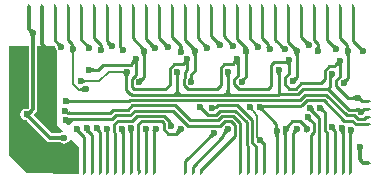
<source format=gbl>
G04*
G04 #@! TF.GenerationSoftware,Altium Limited,Altium Designer,20.0.10 (225)*
G04*
G04 Layer_Physical_Order=2*
G04 Layer_Color=16711680*
%FSLAX25Y25*%
%MOIN*%
G70*
G01*
G75*
%ADD10C,0.00787*%
%ADD42C,0.00984*%
%ADD43C,0.01181*%
%ADD44C,0.02362*%
G04:AMPARAMS|DCode=45|XSize=9.84mil|YSize=19.68mil|CornerRadius=4.92mil|HoleSize=0mil|Usage=FLASHONLY|Rotation=90.000|XOffset=0mil|YOffset=0mil|HoleType=Round|Shape=RoundedRectangle|*
%AMROUNDEDRECTD45*
21,1,0.00984,0.00984,0,0,90.0*
21,1,0.00000,0.01968,0,0,90.0*
1,1,0.00984,0.00492,0.00000*
1,1,0.00984,0.00492,0.00000*
1,1,0.00984,-0.00492,0.00000*
1,1,0.00984,-0.00492,0.00000*
%
%ADD45ROUNDEDRECTD45*%
G04:AMPARAMS|DCode=46|XSize=9.84mil|YSize=19.68mil|CornerRadius=4.92mil|HoleSize=0mil|Usage=FLASHONLY|Rotation=0.000|XOffset=0mil|YOffset=0mil|HoleType=Round|Shape=RoundedRectangle|*
%AMROUNDEDRECTD46*
21,1,0.00984,0.00984,0,0,0.0*
21,1,0.00000,0.01968,0,0,0.0*
1,1,0.00984,0.00000,-0.00492*
1,1,0.00984,0.00000,-0.00492*
1,1,0.00984,0.00000,0.00492*
1,1,0.00984,0.00000,0.00492*
%
%ADD46ROUNDEDRECTD46*%
G36*
X8143Y49290D02*
X8318Y49142D01*
X8401Y49082D01*
X8482Y49031D01*
X8561Y48989D01*
X8636Y48957D01*
X8709Y48935D01*
X8779Y48921D01*
X8846Y48917D01*
X7677Y47748D01*
X7673Y47816D01*
X7660Y47886D01*
X7637Y47958D01*
X7605Y48034D01*
X7564Y48112D01*
X7513Y48193D01*
X7453Y48276D01*
X7383Y48363D01*
X7216Y48543D01*
X8051Y49378D01*
X8143Y49290D01*
D02*
G37*
G36*
X9640Y46842D02*
X9600Y46783D01*
X9565Y46716D01*
X9534Y46640D01*
X9508Y46555D01*
X9487Y46462D01*
X9470Y46360D01*
X9458Y46250D01*
X9449Y46005D01*
X8268D01*
X8265Y46132D01*
X8247Y46360D01*
X8230Y46462D01*
X8209Y46555D01*
X8183Y46640D01*
X8152Y46716D01*
X8117Y46783D01*
X8076Y46842D01*
X8032Y46893D01*
X9685D01*
X9640Y46842D01*
D02*
G37*
G36*
X99962Y45296D02*
X100049Y45223D01*
X100137Y45158D01*
X100226Y45102D01*
X100316Y45055D01*
X100407Y45017D01*
X100498Y44987D01*
X100590Y44966D01*
X100682Y44954D01*
X100776Y44951D01*
X99606Y43782D01*
X99603Y43875D01*
X99591Y43968D01*
X99570Y44059D01*
X99540Y44151D01*
X99502Y44241D01*
X99455Y44331D01*
X99399Y44420D01*
X99334Y44508D01*
X99261Y44595D01*
X99179Y44682D01*
X99875Y45378D01*
X99962Y45296D01*
D02*
G37*
G36*
X70237Y45227D02*
X70325Y45154D01*
X70413Y45089D01*
X70502Y45033D01*
X70592Y44986D01*
X70682Y44948D01*
X70773Y44918D01*
X70865Y44897D01*
X70958Y44885D01*
X71051Y44882D01*
X69882Y43713D01*
X69879Y43806D01*
X69866Y43899D01*
X69845Y43990D01*
X69816Y44082D01*
X69778Y44172D01*
X69730Y44262D01*
X69674Y44351D01*
X69610Y44439D01*
X69537Y44526D01*
X69455Y44613D01*
X70151Y45309D01*
X70237Y45227D01*
D02*
G37*
G36*
X74863Y44833D02*
X74951Y44760D01*
X75039Y44696D01*
X75128Y44640D01*
X75218Y44593D01*
X75308Y44554D01*
X75399Y44525D01*
X75491Y44504D01*
X75584Y44492D01*
X75677Y44488D01*
X74508Y43319D01*
X74505Y43412D01*
X74492Y43505D01*
X74471Y43597D01*
X74442Y43688D01*
X74404Y43778D01*
X74356Y43868D01*
X74300Y43957D01*
X74236Y44045D01*
X74163Y44133D01*
X74081Y44219D01*
X74777Y44915D01*
X74863Y44833D01*
D02*
G37*
G36*
X34214Y44753D02*
X34301Y44680D01*
X34389Y44615D01*
X34479Y44559D01*
X34568Y44512D01*
X34659Y44474D01*
X34750Y44445D01*
X34842Y44424D01*
X34934Y44411D01*
X35028Y44408D01*
X33858Y43239D01*
X33855Y43332D01*
X33843Y43425D01*
X33822Y43517D01*
X33792Y43608D01*
X33754Y43698D01*
X33707Y43788D01*
X33651Y43877D01*
X33586Y43965D01*
X33513Y44052D01*
X33431Y44139D01*
X34127Y44835D01*
X34214Y44753D01*
D02*
G37*
G36*
X83131Y44636D02*
X83219Y44563D01*
X83307Y44499D01*
X83396Y44443D01*
X83486Y44396D01*
X83576Y44357D01*
X83667Y44328D01*
X83759Y44307D01*
X83851Y44295D01*
X83945Y44291D01*
X82776Y43122D01*
X82772Y43215D01*
X82760Y43308D01*
X82739Y43400D01*
X82710Y43491D01*
X82671Y43582D01*
X82624Y43671D01*
X82568Y43760D01*
X82504Y43848D01*
X82430Y43936D01*
X82348Y44023D01*
X83044Y44719D01*
X83131Y44636D01*
D02*
G37*
G36*
X17481D02*
X17569Y44563D01*
X17657Y44499D01*
X17746Y44443D01*
X17836Y44396D01*
X17926Y44357D01*
X18017Y44328D01*
X18109Y44307D01*
X18202Y44295D01*
X18295Y44291D01*
X17126Y43122D01*
X17123Y43215D01*
X17110Y43308D01*
X17090Y43400D01*
X17060Y43491D01*
X17022Y43582D01*
X16974Y43671D01*
X16919Y43760D01*
X16854Y43848D01*
X16781Y43936D01*
X16699Y44023D01*
X17395Y44719D01*
X17481Y44636D01*
D02*
G37*
G36*
X53013Y44440D02*
X53101Y44366D01*
X53189Y44302D01*
X53278Y44246D01*
X53367Y44199D01*
X53458Y44161D01*
X53549Y44131D01*
X53641Y44110D01*
X53733Y44098D01*
X53827Y44094D01*
X52658Y42925D01*
X52654Y43018D01*
X52642Y43111D01*
X52621Y43203D01*
X52591Y43294D01*
X52553Y43385D01*
X52506Y43474D01*
X52450Y43563D01*
X52386Y43652D01*
X52312Y43739D01*
X52230Y43826D01*
X52926Y44522D01*
X53013Y44440D01*
D02*
G37*
G36*
X66104Y44341D02*
X66191Y44268D01*
X66279Y44203D01*
X66368Y44148D01*
X66458Y44100D01*
X66548Y44062D01*
X66640Y44032D01*
X66731Y44012D01*
X66824Y43999D01*
X66917Y43996D01*
X65748Y42827D01*
X65745Y42920D01*
X65733Y43013D01*
X65712Y43105D01*
X65682Y43196D01*
X65644Y43286D01*
X65596Y43376D01*
X65541Y43465D01*
X65476Y43553D01*
X65403Y43641D01*
X65321Y43727D01*
X66017Y44423D01*
X66104Y44341D01*
D02*
G37*
G36*
X26832D02*
X26919Y44268D01*
X27008Y44203D01*
X27097Y44148D01*
X27186Y44100D01*
X27277Y44062D01*
X27368Y44032D01*
X27460Y44012D01*
X27552Y43999D01*
X27646Y43996D01*
X26476Y42827D01*
X26473Y42920D01*
X26461Y43013D01*
X26440Y43105D01*
X26410Y43196D01*
X26372Y43286D01*
X26325Y43376D01*
X26269Y43465D01*
X26204Y43553D01*
X26131Y43641D01*
X26049Y43727D01*
X26745Y44423D01*
X26832Y44341D01*
D02*
G37*
G36*
X87701Y43992D02*
X87713Y43880D01*
X87733Y43778D01*
X87761Y43685D01*
X87797Y43602D01*
X87841Y43529D01*
X87893Y43466D01*
X87953Y43413D01*
X88021Y43369D01*
X88097Y43336D01*
X86598Y42658D01*
X86620Y42724D01*
X86639Y42805D01*
X86656Y42901D01*
X86684Y43140D01*
X86702Y43441D01*
X86713Y44007D01*
X87697Y44114D01*
X87701Y43992D01*
D02*
G37*
G36*
X48584Y44144D02*
X48671Y44071D01*
X48760Y44007D01*
X48849Y43951D01*
X48938Y43904D01*
X49029Y43865D01*
X49120Y43836D01*
X49212Y43815D01*
X49304Y43803D01*
X49398Y43799D01*
X48228Y42630D01*
X48225Y42723D01*
X48213Y42816D01*
X48192Y42908D01*
X48162Y42999D01*
X48124Y43089D01*
X48077Y43179D01*
X48021Y43268D01*
X47956Y43356D01*
X47883Y43444D01*
X47801Y43530D01*
X48497Y44226D01*
X48584Y44144D01*
D02*
G37*
G36*
X104432Y43392D02*
X104443Y43279D01*
X104459Y43171D01*
X104483Y43068D01*
X104513Y42972D01*
X104550Y42881D01*
X104593Y42795D01*
X104643Y42715D01*
X104700Y42641D01*
X104764Y42573D01*
X103110Y42573D01*
X103174Y42641D01*
X103231Y42715D01*
X103281Y42795D01*
X103324Y42880D01*
X103361Y42972D01*
X103391Y43068D01*
X103415Y43171D01*
X103431Y43279D01*
X103442Y43392D01*
X103445Y43512D01*
X104429D01*
X104432Y43392D01*
D02*
G37*
G36*
X38141Y43618D02*
X38481Y43319D01*
X38502Y43310D01*
X38515Y43309D01*
X37754Y42548D01*
X37753Y42561D01*
X37744Y42582D01*
X37726Y42609D01*
X37700Y42644D01*
X37623Y42734D01*
X37369Y42998D01*
X38065Y43694D01*
X38141Y43618D01*
D02*
G37*
G36*
X109115Y44046D02*
X109203Y43973D01*
X109291Y43908D01*
X109380Y43852D01*
X109470Y43805D01*
X109560Y43767D01*
X109651Y43737D01*
X109743Y43716D01*
X109836Y43704D01*
X109929Y43701D01*
X108760Y42531D01*
X108756Y42625D01*
X108744Y42717D01*
X108723Y42809D01*
X108694Y42900D01*
X108655Y42991D01*
X108608Y43081D01*
X108553Y43170D01*
X108488Y43258D01*
X108415Y43345D01*
X108333Y43432D01*
X109029Y44128D01*
X109115Y44046D01*
D02*
G37*
G36*
X114128Y43449D02*
X114139Y43335D01*
X114156Y43228D01*
X114181Y43128D01*
X114213Y43036D01*
X114252Y42951D01*
X114297Y42873D01*
X114350Y42803D01*
X114410Y42740D01*
X114478Y42685D01*
X112867Y42483D01*
X112919Y42552D01*
X112966Y42627D01*
X113007Y42708D01*
X113042Y42794D01*
X113072Y42886D01*
X113097Y42984D01*
X113116Y43088D01*
X113129Y43198D01*
X113137Y43313D01*
X113140Y43434D01*
X114125Y43571D01*
X114128Y43449D01*
D02*
G37*
G36*
X58565Y43080D02*
X58581Y42854D01*
X58595Y42757D01*
X58612Y42670D01*
X58634Y42594D01*
X58659Y42529D01*
X58689Y42474D01*
X58722Y42430D01*
X58760Y42396D01*
X57382D01*
X57419Y42430D01*
X57453Y42474D01*
X57482Y42529D01*
X57508Y42594D01*
X57529Y42670D01*
X57547Y42757D01*
X57561Y42854D01*
X57577Y43080D01*
X57579Y43209D01*
X58563D01*
X58565Y43080D01*
D02*
G37*
G36*
X79625Y43548D02*
X80380Y42882D01*
X80447Y42840D01*
X80503Y42810D01*
X78961Y42255D01*
X78991Y42331D01*
X79010Y42409D01*
X79015Y42488D01*
X79008Y42569D01*
X78988Y42651D01*
X78955Y42734D01*
X78910Y42819D01*
X78852Y42906D01*
X78781Y42993D01*
X78698Y43082D01*
X79476Y43696D01*
X79625Y43548D01*
D02*
G37*
G36*
X91891Y43751D02*
X91979Y43677D01*
X92067Y43613D01*
X92156Y43557D01*
X92245Y43510D01*
X92336Y43472D01*
X92427Y43442D01*
X92519Y43421D01*
X92611Y43409D01*
X92705Y43406D01*
X91536Y42236D01*
X91532Y42330D01*
X91520Y42422D01*
X91499Y42514D01*
X91469Y42605D01*
X91431Y42696D01*
X91384Y42785D01*
X91328Y42874D01*
X91264Y42963D01*
X91190Y43050D01*
X91108Y43137D01*
X91804Y43833D01*
X91891Y43751D01*
D02*
G37*
G36*
X45344Y43327D02*
X45515Y43182D01*
X45601Y43120D01*
X45687Y43064D01*
X45774Y43015D01*
X45860Y42973D01*
X45946Y42937D01*
X46032Y42908D01*
X46118Y42886D01*
X44717Y42007D01*
X44733Y42096D01*
X44738Y42185D01*
X44732Y42274D01*
X44715Y42362D01*
X44687Y42450D01*
X44649Y42539D01*
X44599Y42627D01*
X44538Y42715D01*
X44467Y42803D01*
X44384Y42891D01*
X45258Y43410D01*
X45344Y43327D01*
D02*
G37*
G36*
X62174Y43327D02*
X62346Y43182D01*
X62432Y43120D01*
X62518Y43064D01*
X62604Y43015D01*
X62690Y42973D01*
X62776Y42937D01*
X62863Y42908D01*
X62949Y42886D01*
X61548Y42007D01*
X61564Y42096D01*
X61569Y42185D01*
X61563Y42274D01*
X61546Y42362D01*
X61518Y42450D01*
X61479Y42539D01*
X61430Y42627D01*
X61369Y42715D01*
X61297Y42803D01*
X61215Y42891D01*
X62088Y43410D01*
X62174Y43327D01*
D02*
G37*
G36*
X117875Y43357D02*
X117963Y43284D01*
X118051Y43219D01*
X118140Y43163D01*
X118230Y43116D01*
X118320Y43078D01*
X118411Y43048D01*
X118503Y43027D01*
X118596Y43015D01*
X118689Y43012D01*
X117520Y41842D01*
X117516Y41936D01*
X117504Y42028D01*
X117483Y42120D01*
X117454Y42211D01*
X117415Y42302D01*
X117368Y42392D01*
X117312Y42481D01*
X117248Y42569D01*
X117174Y42656D01*
X117093Y42743D01*
X117789Y43439D01*
X117875Y43357D01*
D02*
G37*
G36*
X96025Y43259D02*
X96112Y43185D01*
X96201Y43121D01*
X96289Y43065D01*
X96379Y43018D01*
X96470Y42979D01*
X96561Y42950D01*
X96653Y42929D01*
X96745Y42917D01*
X96839Y42913D01*
X95669Y41744D01*
X95666Y41837D01*
X95654Y41930D01*
X95633Y42022D01*
X95603Y42113D01*
X95565Y42204D01*
X95518Y42293D01*
X95462Y42382D01*
X95397Y42470D01*
X95324Y42558D01*
X95242Y42645D01*
X95938Y43341D01*
X96025Y43259D01*
D02*
G37*
G36*
X22866Y41598D02*
X22792Y41509D01*
X22727Y41418D01*
X22671Y41324D01*
X22623Y41227D01*
X22584Y41128D01*
X22554Y41026D01*
X22532Y40922D01*
X22519Y40815D01*
X22515Y40705D01*
X21727D01*
X21723Y40815D01*
X21710Y40922D01*
X21688Y41026D01*
X21658Y41128D01*
X21619Y41227D01*
X21572Y41324D01*
X21515Y41418D01*
X21450Y41509D01*
X21377Y41598D01*
X21294Y41684D01*
X22948D01*
X22866Y41598D01*
D02*
G37*
G36*
X46629Y40820D02*
X46572Y40746D01*
X46522Y40667D01*
X46479Y40581D01*
X46442Y40490D01*
X46412Y40393D01*
X46388Y40291D01*
X46372Y40183D01*
X46362Y40069D01*
X46358Y39950D01*
X45374D01*
X45371Y40069D01*
X45361Y40183D01*
X45344Y40291D01*
X45320Y40393D01*
X45290Y40490D01*
X45254Y40581D01*
X45210Y40667D01*
X45160Y40746D01*
X45103Y40820D01*
X45039Y40889D01*
X46693D01*
X46629Y40820D01*
D02*
G37*
G36*
X114543Y40820D02*
X114486Y40746D01*
X114436Y40667D01*
X114392Y40581D01*
X114355Y40490D01*
X114325Y40393D01*
X114302Y40291D01*
X114285Y40183D01*
X114275Y40069D01*
X114272Y39950D01*
X113287D01*
X113284Y40069D01*
X113274Y40183D01*
X113257Y40291D01*
X113234Y40393D01*
X113204Y40490D01*
X113167Y40581D01*
X113123Y40667D01*
X113073Y40746D01*
X113016Y40820D01*
X112953Y40889D01*
X114606D01*
X114543Y40820D01*
D02*
G37*
G36*
X97614Y40820D02*
X97557Y40746D01*
X97506Y40667D01*
X97463Y40581D01*
X97426Y40490D01*
X97396Y40393D01*
X97373Y40291D01*
X97356Y40183D01*
X97346Y40069D01*
X97342Y39950D01*
X96358D01*
X96355Y40069D01*
X96345Y40183D01*
X96328Y40291D01*
X96305Y40393D01*
X96275Y40490D01*
X96238Y40581D01*
X96194Y40667D01*
X96144Y40746D01*
X96087Y40820D01*
X96024Y40889D01*
X97677D01*
X97614Y40820D01*
D02*
G37*
G36*
X80783D02*
X80726Y40746D01*
X80676Y40667D01*
X80632Y40581D01*
X80595Y40490D01*
X80565Y40393D01*
X80542Y40291D01*
X80525Y40183D01*
X80515Y40069D01*
X80512Y39950D01*
X79528D01*
X79524Y40069D01*
X79514Y40183D01*
X79497Y40291D01*
X79474Y40393D01*
X79444Y40490D01*
X79407Y40581D01*
X79364Y40667D01*
X79313Y40746D01*
X79256Y40820D01*
X79193Y40889D01*
X80847D01*
X80783Y40820D01*
D02*
G37*
G36*
X63460Y40820D02*
X63403Y40746D01*
X63353Y40667D01*
X63310Y40581D01*
X63273Y40490D01*
X63243Y40393D01*
X63219Y40291D01*
X63202Y40183D01*
X63192Y40069D01*
X63189Y39950D01*
X62205D01*
X62201Y40069D01*
X62191Y40183D01*
X62175Y40291D01*
X62151Y40393D01*
X62121Y40490D01*
X62084Y40581D01*
X62041Y40667D01*
X61991Y40746D01*
X61934Y40820D01*
X61870Y40889D01*
X63524D01*
X63460Y40820D01*
D02*
G37*
G36*
X60010Y38074D02*
X61063D01*
X60999Y38006D01*
X60943Y37931D01*
X60892Y37852D01*
X60849Y37766D01*
X60812Y37675D01*
X60782Y37578D01*
X60759Y37476D01*
X60742Y37368D01*
X60732Y37254D01*
X60728Y37135D01*
X59744D01*
X59741Y37254D01*
X59739Y37278D01*
X59733Y37273D01*
X59493Y37045D01*
X58779Y37723D01*
X58862Y37811D01*
X58933Y37899D01*
X58993Y37987D01*
X59042Y38075D01*
X59079Y38163D01*
X59106Y38250D01*
X59121Y38338D01*
X59125Y38425D01*
X59117Y38513D01*
X59099Y38600D01*
X60010Y38074D01*
D02*
G37*
G36*
X42868Y38048D02*
X44044D01*
X43980Y37980D01*
X43923Y37905D01*
X43873Y37826D01*
X43830Y37740D01*
X43793Y37649D01*
X43763Y37552D01*
X43739Y37450D01*
X43723Y37342D01*
X43712Y37228D01*
X43709Y37109D01*
X42725D01*
X42722Y37228D01*
X42711Y37342D01*
X42695Y37450D01*
X42671Y37552D01*
X42667Y37565D01*
X42656Y37559D01*
X42567Y37503D01*
X42479Y37438D01*
X42391Y37365D01*
X42305Y37283D01*
X41609Y37979D01*
X41691Y38066D01*
X41764Y38153D01*
X41829Y38242D01*
X41884Y38331D01*
X41932Y38420D01*
X41970Y38511D01*
X42000Y38602D01*
X42020Y38694D01*
X42033Y38786D01*
X42036Y38880D01*
X42868Y38048D01*
D02*
G37*
G36*
X76680Y37974D02*
X77924Y38184D01*
X77874Y38108D01*
X77828Y38028D01*
X77788Y37942D01*
X77754Y37852D01*
X77724Y37757D01*
X77700Y37657D01*
X77681Y37552D01*
X77668Y37443D01*
X77658Y37210D01*
X76673Y37026D01*
X76669Y37146D01*
X76658Y37259D01*
X76639Y37365D01*
X76613Y37464D01*
X76578Y37556D01*
X76550Y37615D01*
X76497Y37593D01*
X76408Y37545D01*
X76319Y37490D01*
X76231Y37425D01*
X76143Y37352D01*
X76056Y37270D01*
X75360Y37966D01*
X75442Y38052D01*
X75516Y38140D01*
X75580Y38228D01*
X75636Y38317D01*
X75683Y38407D01*
X75721Y38497D01*
X75751Y38588D01*
X75772Y38680D01*
X75784Y38773D01*
X75788Y38866D01*
X76680Y37974D01*
D02*
G37*
G36*
X94858Y37868D02*
X94801Y37794D01*
X94751Y37714D01*
X94707Y37628D01*
X94670Y37537D01*
X94640Y37441D01*
X94617Y37338D01*
X94600Y37230D01*
X94590Y37117D01*
X94587Y36997D01*
X93602D01*
X93599Y37117D01*
X93589Y37230D01*
X93572Y37338D01*
X93549Y37441D01*
X93519Y37537D01*
X93482Y37628D01*
X93438Y37714D01*
X93388Y37794D01*
X93331Y37868D01*
X93268Y37936D01*
X94921D01*
X94858Y37868D01*
D02*
G37*
G36*
X110678Y37539D02*
X111858Y37550D01*
X111795Y37481D01*
X111739Y37406D01*
X111689Y37326D01*
X111646Y37240D01*
X111609Y37149D01*
X111580Y37052D01*
X111556Y36950D01*
X111540Y36841D01*
X111530Y36728D01*
X111527Y36608D01*
X110542Y36599D01*
X110539Y36718D01*
X110529Y36832D01*
X110512Y36940D01*
X110488Y37042D01*
X110482Y37063D01*
X110463Y37053D01*
X110374Y36997D01*
X110286Y36933D01*
X110198Y36860D01*
X110111Y36778D01*
X109415Y37473D01*
X109497Y37560D01*
X109571Y37648D01*
X109635Y37736D01*
X109691Y37825D01*
X109738Y37915D01*
X109776Y38005D01*
X109806Y38096D01*
X109827Y38188D01*
X109839Y38281D01*
X109843Y38374D01*
X110678Y37539D01*
D02*
G37*
G36*
X28569Y36111D02*
X28643Y36055D01*
X28723Y36004D01*
X28809Y35961D01*
X28900Y35924D01*
X28996Y35894D01*
X29099Y35870D01*
X29207Y35854D01*
X29320Y35844D01*
X29440Y35840D01*
Y34856D01*
X29320Y34853D01*
X29207Y34843D01*
X29099Y34826D01*
X28996Y34802D01*
X28900Y34772D01*
X28809Y34736D01*
X28723Y34692D01*
X28643Y34642D01*
X28569Y34585D01*
X28501Y34521D01*
Y36175D01*
X28569Y36111D01*
D02*
G37*
G36*
X91511Y34423D02*
X91454Y34349D01*
X91404Y34269D01*
X91361Y34183D01*
X91324Y34093D01*
X91294Y33996D01*
X91270Y33893D01*
X91254Y33785D01*
X91243Y33672D01*
X91240Y33552D01*
X90256D01*
X90253Y33672D01*
X90242Y33785D01*
X90226Y33893D01*
X90202Y33996D01*
X90172Y34093D01*
X90135Y34183D01*
X90092Y34269D01*
X90042Y34349D01*
X89985Y34423D01*
X89921Y34491D01*
X91575D01*
X91511Y34423D01*
D02*
G37*
G36*
X57751Y33832D02*
X57695Y33758D01*
X57644Y33678D01*
X57601Y33593D01*
X57564Y33502D01*
X57534Y33405D01*
X57510Y33303D01*
X57494Y33195D01*
X57484Y33081D01*
X57480Y32962D01*
X56496D01*
X56493Y33081D01*
X56483Y33195D01*
X56466Y33303D01*
X56442Y33405D01*
X56412Y33502D01*
X56376Y33593D01*
X56332Y33678D01*
X56282Y33758D01*
X56225Y33832D01*
X56161Y33901D01*
X57815D01*
X57751Y33832D01*
D02*
G37*
G36*
X74690Y33676D02*
X74618Y33620D01*
X74554Y33557D01*
X74497Y33486D01*
X74448Y33408D01*
X74406Y33324D01*
X74372Y33232D01*
X74345Y33133D01*
X74326Y33027D01*
X74315Y32914D01*
X74311Y32794D01*
X73327Y32978D01*
X73324Y33097D01*
X73303Y33320D01*
X73284Y33425D01*
X73260Y33525D01*
X73231Y33620D01*
X73196Y33710D01*
X73156Y33795D01*
X73111Y33876D01*
X73060Y33952D01*
X74690Y33676D01*
D02*
G37*
G36*
X39511Y34097D02*
X40755Y33535D01*
X40678Y33501D01*
X40610Y33457D01*
X40550Y33404D01*
X40498Y33341D01*
X40454Y33268D01*
X40418Y33185D01*
X40390Y33092D01*
X40370Y32990D01*
X40358Y32878D01*
X40354Y32756D01*
X39370Y32863D01*
X39369Y33067D01*
X39314Y33969D01*
X39310Y33994D01*
X39244Y34040D01*
X39151Y34096D01*
X39054Y34144D01*
X38955Y34183D01*
X38853Y34213D01*
X38749Y34235D01*
X38642Y34248D01*
X38532Y34252D01*
Y35039D01*
X38642Y35044D01*
X38749Y35057D01*
X38853Y35078D01*
X38955Y35109D01*
X39054Y35148D01*
X39151Y35195D01*
X39244Y35252D01*
X39336Y35317D01*
X39425Y35390D01*
X39511Y35473D01*
Y34097D01*
D02*
G37*
G36*
X62110Y33061D02*
X62120Y32947D01*
X62136Y32839D01*
X62160Y32737D01*
X62190Y32640D01*
X62227Y32549D01*
X62270Y32463D01*
X62321Y32384D01*
X62377Y32310D01*
X62441Y32241D01*
X60787D01*
X60851Y32310D01*
X60908Y32384D01*
X60958Y32463D01*
X61002Y32549D01*
X61038Y32640D01*
X61068Y32737D01*
X61092Y32839D01*
X61109Y32947D01*
X61119Y33061D01*
X61122Y33180D01*
X62106D01*
X62110Y33061D01*
D02*
G37*
G36*
X96950Y32584D02*
X96868Y32497D01*
X96795Y32410D01*
X96732Y32321D01*
X96678Y32232D01*
X96634Y32142D01*
X96599Y32052D01*
X96573Y31961D01*
X96556Y31869D01*
X96549Y31777D01*
X96552Y31684D01*
X95308Y32774D01*
X95401Y32783D01*
X95493Y32800D01*
X95584Y32826D01*
X95675Y32859D01*
X95765Y32901D01*
X95854Y32950D01*
X95943Y33008D01*
X96030Y33074D01*
X96118Y33148D01*
X96204Y33230D01*
X96950Y32584D01*
D02*
G37*
G36*
X80025Y32557D02*
X79943Y32469D01*
X79871Y32381D01*
X79811Y32292D01*
X79761Y32204D01*
X79722Y32116D01*
X79694Y32027D01*
X79677Y31939D01*
X79671Y31850D01*
X79676Y31762D01*
X79692Y31673D01*
X78291Y32552D01*
X78377Y32574D01*
X78464Y32603D01*
X78550Y32638D01*
X78636Y32681D01*
X78722Y32730D01*
X78808Y32785D01*
X78894Y32848D01*
X79066Y32993D01*
X79152Y33075D01*
X80025Y32557D01*
D02*
G37*
G36*
X45915Y32266D02*
X45833Y32179D01*
X45759Y32092D01*
X45694Y32004D01*
X45637Y31915D01*
X45589Y31826D01*
X45549Y31736D01*
X45517Y31644D01*
X45494Y31553D01*
X45479Y31460D01*
X45472Y31367D01*
X44345Y32578D01*
X44439Y32578D01*
X44531Y32587D01*
X44623Y32606D01*
X44714Y32633D01*
X44805Y32670D01*
X44894Y32715D01*
X44984Y32770D01*
X45072Y32834D01*
X45160Y32907D01*
X45246Y32989D01*
X45915Y32266D01*
D02*
G37*
G36*
X113914Y32017D02*
X113831Y31929D01*
X113760Y31841D01*
X113698Y31753D01*
X113647Y31664D01*
X113607Y31575D01*
X113577Y31486D01*
X113557Y31396D01*
X113549Y31307D01*
X113550Y31216D01*
X113562Y31126D01*
X112204Y32070D01*
X112294Y32089D01*
X112382Y32114D01*
X112470Y32147D01*
X112558Y32187D01*
X112646Y32234D01*
X112733Y32288D01*
X112820Y32349D01*
X112907Y32417D01*
X113079Y32574D01*
X113914Y32017D01*
D02*
G37*
G36*
X25642Y32352D02*
X25731Y32278D01*
X25822Y32214D01*
X25916Y32157D01*
X26013Y32110D01*
X26112Y32071D01*
X26213Y32040D01*
X26318Y32019D01*
X26425Y32006D01*
X26534Y32001D01*
Y31214D01*
X26425Y31210D01*
X26318Y31197D01*
X26213Y31175D01*
X26112Y31145D01*
X26013Y31106D01*
X25916Y31058D01*
X25822Y31002D01*
X25731Y30937D01*
X25642Y30863D01*
X25556Y30781D01*
Y32434D01*
X25642Y32352D01*
D02*
G37*
G36*
X25630Y28047D02*
X25536Y28124D01*
X25440Y28192D01*
X25343Y28252D01*
X25245Y28304D01*
X25144Y28349D01*
X25043Y28385D01*
X24939Y28413D01*
X24834Y28433D01*
X24727Y28445D01*
X24619Y28449D01*
X24549Y29237D01*
X24660Y29241D01*
X24767Y29255D01*
X24871Y29278D01*
X24971Y29310D01*
X25067Y29351D01*
X25159Y29402D01*
X25248Y29461D01*
X25333Y29530D01*
X25414Y29608D01*
X25492Y29695D01*
X25630Y28047D01*
D02*
G37*
G36*
X74321Y28455D02*
X74350Y28287D01*
X74400Y28140D01*
X74468Y28012D01*
X74557Y27904D01*
X74665Y27815D01*
X74793Y27746D01*
X74941Y27697D01*
X75108Y27667D01*
X75295Y27657D01*
X73819Y26673D01*
X72342Y27657D01*
X72530Y27667D01*
X72697Y27697D01*
X72844Y27746D01*
X72972Y27815D01*
X73081Y27904D01*
X73169Y28012D01*
X73238Y28140D01*
X73287Y28288D01*
X73317Y28455D01*
X73327Y28642D01*
X74311D01*
X74321Y28455D01*
D02*
G37*
G36*
X57490D02*
X57520Y28287D01*
X57569Y28140D01*
X57638Y28012D01*
X57726Y27904D01*
X57835Y27815D01*
X57963Y27746D01*
X58110Y27697D01*
X58278Y27667D01*
X58465Y27657D01*
X56988Y26673D01*
X55512Y27657D01*
X55699Y27667D01*
X55866Y27697D01*
X56014Y27746D01*
X56142Y27815D01*
X56250Y27904D01*
X56339Y28012D01*
X56407Y28140D01*
X56457Y28288D01*
X56486Y28455D01*
X56496Y28642D01*
X57480D01*
X57490Y28455D01*
D02*
G37*
G36*
X116470Y25256D02*
X116401Y25319D01*
X116327Y25376D01*
X116247Y25427D01*
X116162Y25470D01*
X116071Y25507D01*
X115974Y25537D01*
X115872Y25561D01*
X115764Y25577D01*
X115650Y25587D01*
X115531Y25591D01*
Y26575D01*
X115650Y26578D01*
X115764Y26588D01*
X115872Y26605D01*
X115974Y26628D01*
X116071Y26658D01*
X116162Y26695D01*
X116247Y26739D01*
X116327Y26789D01*
X116401Y26846D01*
X116470Y26910D01*
Y25256D01*
D02*
G37*
G36*
X20695Y25665D02*
X20770Y25608D01*
X20849Y25558D01*
X20935Y25514D01*
X21026Y25477D01*
X21122Y25447D01*
X21225Y25424D01*
X21333Y25407D01*
X21447Y25397D01*
X21566Y25394D01*
Y24409D01*
X21447Y24406D01*
X21333Y24396D01*
X21225Y24379D01*
X21122Y24356D01*
X21026Y24326D01*
X20935Y24289D01*
X20849Y24246D01*
X20770Y24195D01*
X20695Y24138D01*
X20627Y24075D01*
Y25728D01*
X20695Y25665D01*
D02*
G37*
G36*
X7453Y22826D02*
X7133Y22506D01*
X7117Y22494D01*
X6693Y22578D01*
X5925Y22425D01*
X5274Y21990D01*
X4839Y21339D01*
X4686Y20571D01*
X4839Y19803D01*
X5274Y19152D01*
X5925Y18717D01*
X6693Y18564D01*
X6694Y18564D01*
X6701Y18559D01*
X6738Y18532D01*
X6779Y18498D01*
X13475Y11802D01*
X13931Y11497D01*
X14469Y11390D01*
X17684D01*
X17710Y11388D01*
X17764Y11379D01*
X17773Y11377D01*
X17774Y11376D01*
X18425Y10941D01*
X19193Y10788D01*
X19961Y10941D01*
X20612Y11376D01*
X21047Y12027D01*
X21080Y12189D01*
X21456Y12304D01*
X24311Y9449D01*
Y1113D01*
X24032Y836D01*
X6863Y913D01*
X879Y6896D01*
X984Y43406D01*
X7453D01*
Y22826D01*
D02*
G37*
G36*
X8365Y20915D02*
X8273Y20822D01*
X7940Y20440D01*
X7903Y20386D01*
X7914Y20349D01*
X7946Y20273D01*
X7987Y20195D01*
X8038Y20114D01*
X8098Y20031D01*
X8168Y19944D01*
X8335Y19764D01*
X7500Y18929D01*
X7408Y19017D01*
X7233Y19165D01*
X7150Y19226D01*
X7069Y19276D01*
X6991Y19318D01*
X6915Y19350D01*
X6842Y19373D01*
X6772Y19386D01*
X6705Y19390D01*
X7730Y20415D01*
X7052Y21696D01*
X7118Y21681D01*
X7186Y21678D01*
X7258Y21686D01*
X7332Y21705D01*
X7409Y21736D01*
X7490Y21778D01*
X7573Y21832D01*
X7659Y21897D01*
X7748Y21973D01*
X7840Y22061D01*
X8365Y20915D01*
D02*
G37*
G36*
X85633Y22828D02*
X85645Y22735D01*
X85666Y22644D01*
X85696Y22552D01*
X85734Y22462D01*
X85781Y22372D01*
X85837Y22283D01*
X85902Y22195D01*
X85975Y22107D01*
X86057Y22021D01*
X85361Y21325D01*
X85274Y21407D01*
X85187Y21480D01*
X85099Y21545D01*
X85010Y21600D01*
X84920Y21648D01*
X84830Y21686D01*
X84738Y21716D01*
X84647Y21736D01*
X84554Y21749D01*
X84461Y21752D01*
X85630Y22921D01*
X85633Y22828D01*
D02*
G37*
G36*
X65751Y22828D02*
X65764Y22735D01*
X65785Y22643D01*
X65814Y22552D01*
X65852Y22462D01*
X65899Y22372D01*
X65955Y22283D01*
X66020Y22195D01*
X66093Y22107D01*
X66175Y22021D01*
X65479Y21325D01*
X65393Y21407D01*
X65305Y21480D01*
X65217Y21545D01*
X65128Y21600D01*
X65038Y21648D01*
X64948Y21686D01*
X64857Y21716D01*
X64765Y21736D01*
X64672Y21749D01*
X64579Y21752D01*
X65748Y22921D01*
X65751Y22828D01*
D02*
G37*
G36*
X105716Y22716D02*
X105734Y22624D01*
X105760Y22533D01*
X105794Y22443D01*
X105835Y22353D01*
X105885Y22264D01*
X105943Y22175D01*
X106009Y22087D01*
X106083Y22000D01*
X106165Y21914D01*
X105524Y21163D01*
X105437Y21245D01*
X105349Y21318D01*
X105261Y21381D01*
X105172Y21435D01*
X105082Y21479D01*
X104992Y21514D01*
X104901Y21539D01*
X104809Y21555D01*
X104717Y21562D01*
X104624Y21559D01*
X105706Y22809D01*
X105716Y22716D01*
D02*
G37*
G36*
X116982Y21161D02*
X116955Y21236D01*
X116918Y21303D01*
X116870Y21362D01*
X116812Y21413D01*
X116742Y21457D01*
X116662Y21492D01*
X116572Y21520D01*
X116470Y21539D01*
X116358Y21551D01*
X116236Y21555D01*
X116384Y22539D01*
X117746Y22589D01*
X116982Y21161D01*
D02*
G37*
G36*
X102434Y22449D02*
X102434Y22359D01*
X102445Y22268D01*
X102465Y22178D01*
X102496Y22089D01*
X102537Y22000D01*
X102589Y21911D01*
X102650Y21822D01*
X102722Y21734D01*
X102805Y21647D01*
X101987Y21072D01*
X101901Y21154D01*
X101728Y21297D01*
X101640Y21358D01*
X101553Y21411D01*
X101464Y21457D01*
X101376Y21495D01*
X101287Y21527D01*
X101197Y21551D01*
X101107Y21568D01*
X102444Y22540D01*
X102434Y22449D01*
D02*
G37*
G36*
X20875Y21740D02*
X20897Y21680D01*
X20932Y21628D01*
X20980Y21583D01*
X21041Y21544D01*
X21115Y21513D01*
X21201Y21488D01*
X21300Y21471D01*
X21412Y21460D01*
X21537Y21457D01*
X21274Y20472D01*
X19905Y20592D01*
X20865Y21806D01*
X20875Y21740D01*
D02*
G37*
G36*
X120649Y19358D02*
X120613Y19370D01*
X120564Y19364D01*
X120501Y19340D01*
X120426Y19297D01*
X120338Y19237D01*
X120236Y19158D01*
X119993Y18946D01*
X119698Y18661D01*
X119002Y19357D01*
X119725Y20023D01*
X120649Y19358D01*
D02*
G37*
G36*
X101578Y19470D02*
X101590Y19378D01*
X101611Y19286D01*
X101641Y19195D01*
X101679Y19104D01*
X101726Y19015D01*
X101782Y18926D01*
X101847Y18837D01*
X101920Y18750D01*
X102002Y18663D01*
X101306Y17967D01*
X101219Y18049D01*
X101132Y18123D01*
X101044Y18187D01*
X100955Y18243D01*
X100865Y18290D01*
X100775Y18328D01*
X100683Y18358D01*
X100592Y18379D01*
X100499Y18391D01*
X100406Y18395D01*
X101575Y19564D01*
X101578Y19470D01*
D02*
G37*
G36*
X21791Y18525D02*
X20642Y17792D01*
X20772Y19249D01*
X21391Y19517D01*
X21791Y18525D01*
D02*
G37*
G36*
X90418Y16780D02*
X90429Y16667D01*
X90448Y16560D01*
X90473Y16460D01*
X90507Y16366D01*
X90547Y16280D01*
X90595Y16199D01*
X90650Y16126D01*
X90713Y16059D01*
X90783Y15998D01*
X89140Y15807D01*
X89195Y15881D01*
X89245Y15961D01*
X89288Y16045D01*
X89326Y16134D01*
X89358Y16228D01*
X89384Y16327D01*
X89404Y16431D01*
X89419Y16540D01*
X89427Y16654D01*
X89430Y16773D01*
X90415Y16900D01*
X90418Y16780D01*
D02*
G37*
G36*
X27898Y15444D02*
X27880Y15367D01*
X27875Y15288D01*
X27882Y15207D01*
X27902Y15125D01*
X27935Y15041D01*
X27980Y14956D01*
X28038Y14870D01*
X28109Y14782D01*
X28192Y14693D01*
X27101Y14392D01*
X27011Y14481D01*
X26624Y14819D01*
X26559Y14866D01*
X26440Y14939D01*
X26387Y14966D01*
X27929Y15521D01*
X27898Y15444D01*
D02*
G37*
G36*
X58068Y14678D02*
X57975Y14674D01*
X57882Y14662D01*
X57790Y14641D01*
X57699Y14612D01*
X57609Y14573D01*
X57519Y14526D01*
X57430Y14470D01*
X57342Y14406D01*
X57254Y14333D01*
X57168Y14251D01*
X56472Y14946D01*
X56554Y15033D01*
X56627Y15121D01*
X56691Y15209D01*
X56747Y15298D01*
X56794Y15388D01*
X56833Y15478D01*
X56862Y15569D01*
X56883Y15661D01*
X56895Y15754D01*
X56899Y15847D01*
X58068Y14678D01*
D02*
G37*
G36*
X16300Y43110D02*
X16453Y42342D01*
X16732Y41924D01*
Y17028D01*
X18701Y15059D01*
X18587Y14682D01*
X18425Y14650D01*
X17774Y14214D01*
X17773Y14214D01*
X17764Y14212D01*
X17719Y14205D01*
X17667Y14200D01*
X15051D01*
X8926Y20325D01*
X9852Y21251D01*
X10156Y21707D01*
X10263Y22244D01*
Y43406D01*
X16025D01*
X16300Y43110D01*
D02*
G37*
G36*
X73934Y14680D02*
X73844Y14662D01*
X73755Y14637D01*
X73666Y14605D01*
X73578Y14566D01*
X73490Y14519D01*
X73402Y14466D01*
X73315Y14405D01*
X73229Y14337D01*
X73056Y14180D01*
X72230Y14746D01*
X72312Y14833D01*
X72384Y14921D01*
X72446Y15010D01*
X72497Y15098D01*
X72538Y15188D01*
X72568Y15277D01*
X72588Y15367D01*
X72598Y15457D01*
X72597Y15547D01*
X72586Y15638D01*
X73934Y14680D01*
D02*
G37*
G36*
X112726Y15426D02*
X112695Y15346D01*
X112667Y15261D01*
X112642Y15171D01*
X112605Y14977D01*
X112592Y14872D01*
X112577Y14647D01*
X112575Y14527D01*
X111591Y14160D01*
X111587Y14281D01*
X111575Y14394D01*
X111555Y14498D01*
X111527Y14593D01*
X111491Y14680D01*
X111447Y14758D01*
X111395Y14827D01*
X111335Y14888D01*
X111268Y14940D01*
X111192Y14983D01*
X112762Y15501D01*
X112726Y15426D01*
D02*
G37*
G36*
X42321Y15068D02*
X42254Y15003D01*
X42194Y14933D01*
X42141Y14856D01*
X42095Y14773D01*
X42057Y14684D01*
X42025Y14588D01*
X42000Y14487D01*
X41983Y14380D01*
X41972Y14266D01*
X41969Y14146D01*
X40984Y14208D01*
X40981Y14327D01*
X40972Y14441D01*
X40956Y14550D01*
X40934Y14653D01*
X40906Y14751D01*
X40871Y14844D01*
X40830Y14931D01*
X40783Y15014D01*
X40730Y15091D01*
X40670Y15162D01*
X42321Y15068D01*
D02*
G37*
G36*
X96937Y14567D02*
X96844Y14564D01*
X96751Y14551D01*
X96659Y14530D01*
X96568Y14501D01*
X96478Y14463D01*
X96388Y14415D01*
X96299Y14360D01*
X96211Y14295D01*
X96123Y14222D01*
X96036Y14140D01*
X95341Y14836D01*
X95423Y14922D01*
X95496Y15010D01*
X95560Y15098D01*
X95616Y15187D01*
X95663Y15277D01*
X95702Y15367D01*
X95731Y15458D01*
X95752Y15550D01*
X95764Y15643D01*
X95768Y15736D01*
X96937Y14567D01*
D02*
G37*
G36*
X24644Y15346D02*
X24636Y15259D01*
X24640Y15171D01*
X24656Y15084D01*
X24682Y14996D01*
X24720Y14908D01*
X24769Y14821D01*
X24829Y14733D01*
X24900Y14645D01*
X24983Y14556D01*
X24080Y14067D01*
X23994Y14150D01*
X23823Y14296D01*
X23738Y14359D01*
X23568Y14467D01*
X23484Y14511D01*
X23400Y14548D01*
X23316Y14579D01*
X23232Y14604D01*
X24662Y15434D01*
X24644Y15346D01*
D02*
G37*
G36*
X50203Y14776D02*
X50127Y14734D01*
X50059Y14683D01*
X49999Y14624D01*
X49947Y14556D01*
X49903Y14479D01*
X49867Y14393D01*
X49839Y14298D01*
X49819Y14195D01*
X49807Y14082D01*
X49803Y13961D01*
X48819Y14357D01*
X48817Y14477D01*
X48791Y14806D01*
X48775Y14906D01*
X48733Y15090D01*
X48707Y15174D01*
X48677Y15253D01*
X48644Y15327D01*
X50203Y14776D01*
D02*
G37*
G36*
X39463Y15352D02*
X39443Y15283D01*
X39426Y15208D01*
X39399Y15036D01*
X39380Y14836D01*
X39370Y14485D01*
X38386Y13957D01*
X38382Y14079D01*
X38370Y14191D01*
X38350Y14293D01*
X38322Y14386D01*
X38286Y14469D01*
X38242Y14541D01*
X38190Y14605D01*
X38130Y14658D01*
X38062Y14702D01*
X37986Y14735D01*
X39485Y15413D01*
X39463Y15352D01*
D02*
G37*
G36*
X34383Y15058D02*
X34339Y14977D01*
X34300Y14891D01*
X34266Y14800D01*
X34238Y14705D01*
X34215Y14605D01*
X34196Y14501D01*
X34184Y14391D01*
X34173Y14158D01*
X33189Y13954D01*
X33185Y14075D01*
X33174Y14188D01*
X33155Y14293D01*
X33128Y14392D01*
X33093Y14483D01*
X33051Y14567D01*
X33002Y14644D01*
X32944Y14714D01*
X32879Y14776D01*
X32807Y14831D01*
X34432Y15134D01*
X34383Y15058D01*
D02*
G37*
G36*
X47382Y15026D02*
X47337Y14946D01*
X47296Y14860D01*
X47262Y14770D01*
X47232Y14675D01*
X47208Y14575D01*
X47190Y14471D01*
X47176Y14361D01*
X47165Y14128D01*
X46181Y13945D01*
X46177Y14066D01*
X46166Y14179D01*
X46147Y14285D01*
X46121Y14384D01*
X46086Y14476D01*
X46045Y14560D01*
X45995Y14638D01*
X45939Y14709D01*
X45874Y14772D01*
X45802Y14829D01*
X47433Y15102D01*
X47382Y15026D01*
D02*
G37*
G36*
X93677Y14472D02*
X93602Y14442D01*
X93534Y14402D01*
X93474Y14352D01*
X93423Y14291D01*
X93379Y14220D01*
X93343Y14139D01*
X93315Y14048D01*
X93295Y13946D01*
X93283Y13834D01*
X93279Y13712D01*
X92295Y13842D01*
X92295Y14061D01*
X92232Y15147D01*
X92217Y15199D01*
X93677Y14472D01*
D02*
G37*
G36*
X115537Y14286D02*
X115465Y14230D01*
X115400Y14167D01*
X115343Y14096D01*
X115294Y14018D01*
X115252Y13934D01*
X115218Y13842D01*
X115192Y13743D01*
X115173Y13637D01*
X115161Y13524D01*
X115157Y13404D01*
X114173Y13588D01*
X114171Y13707D01*
X114149Y13930D01*
X114130Y14035D01*
X114107Y14135D01*
X114077Y14230D01*
X114042Y14320D01*
X114003Y14405D01*
X113957Y14486D01*
X113906Y14562D01*
X115537Y14286D01*
D02*
G37*
G36*
X90896Y14219D02*
X90844Y14136D01*
X90798Y14045D01*
X90759Y13946D01*
X90725Y13839D01*
X90698Y13723D01*
X90677Y13600D01*
X90662Y13468D01*
X90650Y13179D01*
X89665D01*
X89662Y13311D01*
X89651Y13435D01*
X89633Y13552D01*
X89608Y13661D01*
X89575Y13762D01*
X89536Y13856D01*
X89489Y13942D01*
X89435Y14021D01*
X89374Y14092D01*
X89306Y14155D01*
X90953Y14293D01*
X90896Y14219D01*
D02*
G37*
G36*
X69083Y13140D02*
X68989Y13136D01*
X68897Y13124D01*
X68805Y13103D01*
X68714Y13074D01*
X68623Y13035D01*
X68534Y12988D01*
X68445Y12933D01*
X68356Y12868D01*
X68269Y12795D01*
X68182Y12713D01*
X67486Y13409D01*
X67568Y13495D01*
X67642Y13583D01*
X67706Y13671D01*
X67762Y13760D01*
X67809Y13850D01*
X67847Y13940D01*
X67877Y14031D01*
X67898Y14123D01*
X67910Y14216D01*
X67914Y14309D01*
X69083Y13140D01*
D02*
G37*
G36*
X18349Y11969D02*
X18299Y12013D01*
X18240Y12054D01*
X18172Y12089D01*
X18096Y12120D01*
X18012Y12146D01*
X17919Y12167D01*
X17817Y12184D01*
X17707Y12195D01*
X17461Y12205D01*
Y13386D01*
X17588Y13388D01*
X17817Y13407D01*
X17919Y13424D01*
X18012Y13445D01*
X18096Y13471D01*
X18172Y13502D01*
X18240Y13537D01*
X18299Y13577D01*
X18349Y13622D01*
Y11969D01*
D02*
G37*
G36*
X85744Y11643D02*
X85753Y11623D01*
X85771Y11595D01*
X85796Y11561D01*
X85872Y11472D01*
X86049Y11286D01*
X86124Y11209D01*
X85428Y10514D01*
X85351Y10590D01*
X85009Y10892D01*
X84989Y10902D01*
X84976Y10903D01*
X85743Y11656D01*
X85744Y11643D01*
D02*
G37*
G36*
X118498Y8850D02*
X118458Y8790D01*
X118422Y8723D01*
X118392Y8647D01*
X118366Y8562D01*
X118344Y8469D01*
X118328Y8368D01*
X118316Y8258D01*
X118307Y8012D01*
X117125D01*
X117123Y8139D01*
X117104Y8368D01*
X117088Y8469D01*
X117066Y8562D01*
X117040Y8647D01*
X117010Y8723D01*
X116974Y8790D01*
X116934Y8850D01*
X116889Y8900D01*
X118543D01*
X118498Y8850D01*
D02*
G37*
G36*
X66071Y2419D02*
X65896Y2237D01*
X65616Y1901D01*
X65510Y1748D01*
X65428Y1604D01*
X65369Y1470D01*
X65333Y1345D01*
X65320Y1229D01*
X65330Y1123D01*
X65363Y1027D01*
X64698Y2381D01*
X64695Y2388D01*
X64711Y2414D01*
X64748Y2460D01*
X64884Y2609D01*
X65580Y3319D01*
X66071Y2419D01*
D02*
G37*
D10*
X24136Y28843D02*
X26402D01*
X39627Y34646D02*
X40059Y34214D01*
X22121Y30858D02*
Y42527D01*
Y30858D02*
X24136Y28843D01*
X40059Y33978D02*
Y34214D01*
Y33957D02*
Y33978D01*
X34027Y34646D02*
X39627D01*
X30989Y31608D02*
X34027Y34646D01*
X24712Y31608D02*
X30989D01*
X82382Y21358D02*
X83661Y20079D01*
Y13164D02*
Y20079D01*
X84623Y12031D02*
Y12202D01*
X83661Y13164D02*
X84623Y12202D01*
X82382Y21358D02*
Y21561D01*
X81988Y21955D02*
Y22343D01*
Y21955D02*
X82382Y21561D01*
D42*
X115669Y44862D02*
X118701Y41831D01*
X115669Y44862D02*
Y56406D01*
X111338Y45894D02*
Y56406D01*
X113632Y41879D02*
Y43600D01*
X111338Y45894D02*
X113632Y43600D01*
Y41879D02*
X113779Y41732D01*
X102677Y45360D02*
X103937Y44100D01*
Y41729D02*
X103937Y41729D01*
X103937Y41729D02*
Y44100D01*
X107008Y45453D02*
X109941Y42520D01*
X107008Y45453D02*
Y56406D01*
X102677Y45360D02*
Y56406D01*
X98346Y46211D02*
Y56406D01*
Y46211D02*
X100787Y43770D01*
X96850Y33180D02*
Y41732D01*
X94016Y44567D02*
X96850Y41732D01*
X94016Y44567D02*
Y56406D01*
X89685Y45256D02*
X92716Y42224D01*
X89685Y45256D02*
Y56406D01*
X85354Y46043D02*
Y56406D01*
X87205Y43090D02*
X87697Y42597D01*
X85354Y46043D02*
X87205Y44193D01*
X87697Y42224D02*
Y42597D01*
X87205Y43090D02*
Y44193D01*
X81024Y46044D02*
X83957Y43110D01*
X81024Y46044D02*
Y56406D01*
X79756Y41996D02*
X80020Y41732D01*
X76693Y45783D02*
Y56406D01*
X79756Y41996D02*
Y42720D01*
X76693Y45783D02*
X79756Y42720D01*
X80020Y33247D02*
Y42105D01*
X72362Y46634D02*
X75689Y43307D01*
X72362Y46634D02*
Y56406D01*
X68031Y46732D02*
X71063Y43701D01*
X68031Y46732D02*
Y56406D01*
X63701Y46043D02*
X66929Y42815D01*
X63701Y46043D02*
Y56406D01*
X59370Y45432D02*
X62697Y42105D01*
X59370Y45432D02*
Y56406D01*
X62697Y41732D02*
Y42105D01*
Y35191D02*
Y41732D01*
X55039Y46240D02*
X58071Y43209D01*
X55039Y46240D02*
Y56406D01*
X58071Y41437D02*
Y43209D01*
X50709Y46043D02*
Y56406D01*
Y46043D02*
X53839Y42913D01*
X46378Y45650D02*
X49409Y42618D01*
X46378Y45650D02*
Y56406D01*
X42047Y45924D02*
X45866Y42105D01*
X42047Y45924D02*
Y56406D01*
X44291Y31338D02*
X45866Y32913D01*
X37716Y43347D02*
X38878Y42185D01*
X37716Y43347D02*
Y56406D01*
X33386Y44881D02*
X35039Y43227D01*
X33386Y44881D02*
Y56406D01*
X29055Y46043D02*
Y56406D01*
X31412Y42269D02*
X31496Y42185D01*
X31412Y42269D02*
Y43687D01*
X29055Y46043D02*
X31412Y43687D01*
X24724Y45748D02*
X27657Y42815D01*
X24724Y45748D02*
Y56406D01*
X20394Y45498D02*
Y56406D01*
Y45498D02*
X21950Y43942D01*
Y42699D02*
X22121Y42527D01*
X21950Y42699D02*
Y43942D01*
X16063Y45354D02*
X18307Y43110D01*
X16063Y45354D02*
Y56406D01*
X26476Y15713D02*
X28484Y13705D01*
X31083Y1437D02*
Y14848D01*
X30094Y15837D02*
X31083Y14848D01*
X30094Y15837D02*
Y15969D01*
X33681Y1437D02*
Y15811D01*
X38878Y1437D02*
Y15846D01*
X44017Y1987D02*
Y17210D01*
X44075Y1437D02*
Y1929D01*
X44017Y1987D02*
X44075Y1929D01*
X44017Y17210D02*
X45114Y18307D01*
X51825D01*
X52461Y15615D02*
Y17672D01*
X51825Y18307D02*
X52461Y17672D01*
Y15615D02*
X53902Y14173D01*
X56394D01*
X43442Y20079D02*
X52559D01*
X54571Y16787D02*
X54724Y16634D01*
X52559Y20079D02*
X54571Y18067D01*
Y16787D02*
Y18067D01*
X35925Y14567D02*
Y17224D01*
X36280Y1437D02*
Y14213D01*
X35925Y14567D02*
X36280Y14213D01*
X37173Y18472D02*
X41835D01*
X35925Y17224D02*
X37173Y18472D01*
X19685Y21752D02*
X20472Y20965D01*
X64886Y1437D02*
Y1929D01*
X76209Y13252D01*
Y16866D01*
X74768Y18307D02*
X76209Y16866D01*
X72701Y18307D02*
X74768D01*
X71238Y16843D02*
X72701Y18307D01*
X60575Y16843D02*
X71238D01*
X55568Y21850D02*
X60575Y16843D01*
X42708Y21850D02*
X55568D01*
X41101Y20244D02*
X42708Y21850D01*
X36404Y20244D02*
X41101D01*
X35353Y19193D02*
X36404Y20244D01*
X21763Y19193D02*
X35353D01*
X20385Y17815D02*
X21763Y19193D01*
X20079Y17815D02*
X20385D01*
X41240Y25394D02*
X97736D01*
X40748Y24902D02*
X41240Y25394D01*
X19783Y24902D02*
X40748D01*
X20472Y20965D02*
X34619D01*
X35670Y22016D01*
X40367D01*
X41974Y23622D01*
X77981Y1437D02*
Y17600D01*
X75502Y20079D02*
X77981Y17600D01*
X71968Y20079D02*
X75502D01*
X70504Y18615D02*
X71968Y20079D01*
X61309Y18615D02*
X70504D01*
X56302Y23622D02*
X61309Y18615D01*
X41974Y23622D02*
X56302D01*
X45866Y41732D02*
Y42105D01*
X117095Y19009D02*
X119351D01*
X120177Y19835D02*
X120669D01*
X119351Y19009D02*
X120177Y19835D01*
X117651Y21568D02*
X118481D01*
X119347Y22434D01*
X120669D01*
X118434Y25032D02*
X120669D01*
X117384Y26083D02*
X118434Y25032D01*
X113745Y26083D02*
X117384D01*
X28484Y1437D02*
Y13705D01*
X33465Y15439D02*
Y15811D01*
X38386Y15611D02*
Y15846D01*
X41476Y1437D02*
Y15258D01*
X41544Y15584D02*
X41870Y15258D01*
X41544Y15584D02*
Y15957D01*
X46673Y1437D02*
Y15611D01*
X46478Y15424D02*
Y15797D01*
X59689Y1437D02*
Y4915D01*
X69095Y14321D01*
X62287Y3179D02*
X72342Y13234D01*
X62287Y1437D02*
Y3179D01*
X108387Y16043D02*
X109484Y14946D01*
Y1437D02*
Y14946D01*
X112083Y1437D02*
Y15301D01*
X111713Y15671D02*
X112083Y15301D01*
X111713Y15671D02*
Y16043D01*
X114665Y15059D02*
X114862Y15256D01*
X114681Y1437D02*
Y1929D01*
X114665Y1945D02*
X114681Y1929D01*
X114665Y1945D02*
Y15059D01*
X106102Y15221D02*
X106890Y14434D01*
X106886Y1437D02*
Y1929D01*
X106890Y1933D01*
Y14434D01*
X105020Y22363D02*
Y22736D01*
X101600Y22156D02*
X104287Y19468D01*
Y18187D02*
X104331Y18144D01*
X104287Y13853D02*
X104331Y13897D01*
X104287Y1437D02*
Y13853D01*
X104331Y13897D02*
Y18144D01*
X104287Y18187D02*
Y19468D01*
X101689Y13760D02*
X102559Y14630D01*
X100394Y19576D02*
X102559Y17410D01*
X101689Y1437D02*
Y13760D01*
X102559Y14630D02*
Y17410D01*
X95386Y14185D02*
X96949Y15748D01*
X95386Y1437D02*
Y14185D01*
X92787Y1437D02*
Y14687D01*
X93328Y15228D01*
Y15600D01*
X99902Y15157D02*
Y15650D01*
X84623Y12015D02*
X85776Y10862D01*
Y1437D02*
Y10862D01*
X84623Y12015D02*
Y12031D01*
X76235Y21850D02*
X80216Y17869D01*
Y10452D02*
X80579Y10089D01*
Y1437D02*
Y10089D01*
X80216Y10452D02*
Y17869D01*
X83178Y1437D02*
Y9996D01*
X76969Y23622D02*
X81988Y18603D01*
Y11186D02*
X83178Y9996D01*
X81988Y11186D02*
Y18603D01*
X25886Y1437D02*
Y12957D01*
X23130Y15713D02*
X25886Y12957D01*
X23524Y15713D02*
Y15748D01*
X26870Y15713D02*
Y15846D01*
X71457Y30217D02*
Y36122D01*
X60595Y28937D02*
X70177D01*
X71457Y30217D01*
X54429Y30413D02*
Y35335D01*
X42604Y28937D02*
X52953D01*
X54429Y30413D01*
X98165Y30906D02*
X104724D01*
X106113Y33740D02*
Y35088D01*
X106102Y32283D02*
Y33730D01*
X106113Y33740D01*
X104724Y30906D02*
X106102Y32283D01*
X106113Y35088D02*
X107554Y36529D01*
X109167D01*
X96393Y29134D02*
X98165Y30906D01*
X94291Y29134D02*
X96393D01*
X107234Y28937D02*
X114124Y22047D01*
X117172D02*
X117651Y21568D01*
X114124Y22047D02*
X117172D01*
X109941Y29886D02*
X113745Y26083D01*
X113390Y20276D02*
X115828D01*
X117095Y19009D01*
X106500Y27165D02*
X113390Y20276D01*
X112656Y18504D02*
X115094D01*
X105766Y25394D02*
X112656Y18504D01*
X115094D02*
X116361Y17237D01*
X120669D01*
X100242Y25394D02*
X105766D01*
X101600Y22156D02*
Y22477D01*
X98064Y23425D02*
X98261Y23622D01*
X98470D01*
X100242Y25394D01*
X85958Y23425D02*
X98064D01*
X84449Y22933D02*
X84712Y23197D01*
X85729D01*
X85958Y23425D01*
X40354Y34273D02*
Y34646D01*
X40059Y33978D02*
X40354Y34273D01*
X64567Y22933D02*
X67113Y20387D01*
X111034Y33018D02*
Y38375D01*
X109941Y31925D02*
X111034Y33018D01*
X111024Y38386D02*
X111034Y38375D01*
X109941Y29886D02*
Y31925D01*
X107234Y28937D02*
X107874Y29577D01*
Y32996D01*
X108574Y33696D02*
Y34068D01*
X107874Y32996D02*
X108574Y33696D01*
X90748Y27362D02*
Y35335D01*
Y27165D02*
Y27362D01*
X97127D02*
X98899Y29134D01*
X105905D01*
X106102Y28937D02*
X107234D01*
X97736Y25394D02*
X99508Y27165D01*
X106500D01*
X109167Y36529D02*
X111024Y38386D01*
X88189Y37008D02*
X89272Y38091D01*
X93033D02*
X93722Y38780D01*
X94095D01*
X89272Y38091D02*
X93033D01*
X75394Y37303D02*
X76968Y38878D01*
X71457Y36122D02*
X72638Y37303D01*
X75394D01*
X54429Y35335D02*
X54528Y35433D01*
Y35763D01*
X55969Y37205D01*
X58957D01*
X60236Y38544D02*
Y38917D01*
X58957Y37205D02*
X59660Y37908D01*
Y37968D02*
X60236Y38544D01*
X59660Y37908D02*
Y37968D01*
X28346Y35348D02*
X30423D01*
X32181Y37106D01*
X41432D01*
X43217Y38891D01*
X89922Y15202D02*
X90059Y15065D01*
X89922Y15202D02*
Y17460D01*
X84449Y22933D02*
X89922Y17460D01*
X98162Y18079D02*
X99409Y16831D01*
X98098Y18079D02*
X98162D01*
X97968Y18209D02*
X98098Y18079D01*
X95276Y18209D02*
X97968D01*
X93898Y16831D02*
X95276Y18209D01*
X100098Y15650D02*
Y16023D01*
X99409Y16712D02*
X100098Y16023D01*
X99409Y16712D02*
Y16831D01*
X106102Y15221D02*
Y21281D01*
X105020Y22363D02*
X106102Y21281D01*
X90748Y27362D02*
X97127D01*
X49705Y15453D02*
X50295Y16043D01*
X112402Y30906D02*
Y31201D01*
X113779Y32579D01*
X41835Y18472D02*
X43442Y20079D01*
X78543Y31771D02*
X80020Y33247D01*
X78543Y31398D02*
Y31771D01*
X61614Y34109D02*
X62697Y35191D01*
X61614Y31398D02*
Y34109D01*
X49311Y1437D02*
Y15453D01*
X67113Y20387D02*
X69770D01*
X70500Y23622D02*
X76969D01*
X69989Y23111D02*
X70500Y23622D01*
X68777Y23111D02*
X69989D01*
X68514Y22847D02*
X68777Y23111D01*
X56394Y14173D02*
X58080Y15859D01*
X95374Y31594D02*
Y31704D01*
X96850Y33180D01*
X113779Y32579D02*
Y41535D01*
X92815Y30610D02*
X94291Y29134D01*
X92815Y30610D02*
Y32874D01*
X94095Y34154D01*
Y38780D01*
X73819Y27165D02*
X90748D01*
X88189Y30020D02*
Y37008D01*
X77524Y28937D02*
X87106D01*
X88189Y30020D01*
X75984Y30610D02*
X76083Y30512D01*
Y30378D02*
Y30512D01*
Y30378D02*
X77524Y28937D01*
X75984Y32318D02*
X77165Y33500D01*
X75984Y30610D02*
Y32318D01*
X73819Y34449D02*
X74016Y34646D01*
X73819Y27165D02*
Y34449D01*
X56988Y27165D02*
X73819D01*
X76968Y38878D02*
X77165Y38681D01*
Y33500D02*
Y38681D01*
X60236Y35236D02*
Y38484D01*
X59547Y32811D02*
Y34547D01*
X59153Y32417D02*
X59547Y32811D01*
X59153Y30378D02*
Y32417D01*
Y30378D02*
X60595Y28937D01*
X59547Y34547D02*
X60236Y35236D01*
X41870Y27165D02*
X56988D01*
Y34744D01*
X41339Y27362D02*
X41673D01*
X41870Y27165D01*
X39862Y33760D02*
X40059Y33957D01*
X41831Y29711D02*
Y32445D01*
X43217Y33832D02*
Y38695D01*
X41831Y32445D02*
X43217Y33832D01*
X41831Y29711D02*
X42604Y28937D01*
X39862Y28839D02*
Y33760D01*
Y28839D02*
X41339Y27362D01*
X45866Y32913D02*
Y41437D01*
X71234Y21850D02*
X76235D01*
X69770Y20387D02*
X71234Y21850D01*
X72342Y14162D02*
X73721Y15540D01*
X72342Y13234D02*
Y14162D01*
X90158Y1437D02*
Y13950D01*
X73721Y15540D02*
Y15650D01*
D43*
X118605Y4722D02*
X118983Y4343D01*
X117716Y5611D02*
Y9743D01*
Y5611D02*
X118605Y4722D01*
X118983Y4343D02*
X120571D01*
X120669Y4245D01*
X7402Y49193D02*
X8858Y47736D01*
X7402Y49193D02*
Y56406D01*
X8858Y22244D02*
Y47736D01*
X6939Y20325D02*
X14469Y12795D01*
X6693Y20571D02*
X6939Y20325D01*
X6693Y20079D02*
X8858Y22244D01*
X11732Y43878D02*
Y56406D01*
X14016Y39565D02*
Y40400D01*
X11732Y43878D02*
X14055Y41555D01*
X13790Y39339D02*
X14016Y39565D01*
Y40400D02*
X14055Y40439D01*
Y41555D01*
X14469Y12795D02*
X19193D01*
D44*
X117716Y9743D02*
D03*
X21161Y4823D02*
D03*
X19193Y12795D02*
D03*
X19783Y18602D02*
D03*
X19685Y21752D02*
D03*
X19783Y24902D02*
D03*
X8858Y47736D02*
D03*
X13790Y39339D02*
D03*
X3407Y39390D02*
D03*
X5118Y17815D02*
D03*
X13878Y30807D02*
D03*
X3495Y30169D02*
D03*
X2559Y7283D02*
D03*
X22121Y42527D02*
D03*
X53839Y42913D02*
D03*
X118701Y41831D02*
D03*
X109941Y42520D02*
D03*
X103937Y41729D02*
D03*
X100787Y43770D02*
D03*
X92716Y42224D02*
D03*
X87697Y42224D02*
D03*
X71063Y43701D02*
D03*
X83957Y43110D02*
D03*
X75689Y43307D02*
D03*
X66929Y42815D02*
D03*
X58071Y41437D02*
D03*
X49409Y42618D02*
D03*
X38878Y42185D02*
D03*
X35039Y43227D02*
D03*
X31496Y42185D02*
D03*
X27657Y42815D02*
D03*
X18307Y43110D02*
D03*
X117313Y26083D02*
D03*
X118122Y21469D02*
D03*
X100394Y19576D02*
D03*
X100098Y15650D02*
D03*
X101279Y22736D02*
D03*
X114862Y15256D02*
D03*
X111713Y16043D02*
D03*
X108563Y16240D02*
D03*
X104527Y22736D02*
D03*
X84449Y22933D02*
D03*
X6693Y20571D02*
D03*
X112402Y30906D02*
D03*
X108574Y34068D02*
D03*
X96850Y41732D02*
D03*
X113779Y41732D02*
D03*
X95374Y31594D02*
D03*
X90748Y35335D02*
D03*
X78543Y31398D02*
D03*
X61614D02*
D03*
X56988Y34744D02*
D03*
X45866Y41732D02*
D03*
X80020Y41732D02*
D03*
X62697Y41732D02*
D03*
X94095Y38780D02*
D03*
X44291Y31398D02*
D03*
X73748Y15846D02*
D03*
X69095Y14321D02*
D03*
X68514Y22847D02*
D03*
X54921Y16634D02*
D03*
X46478Y15797D02*
D03*
X49705Y15846D02*
D03*
X41544Y15957D02*
D03*
X111024Y38386D02*
D03*
X81211Y22933D02*
D03*
X64567Y22933D02*
D03*
X26402Y28941D02*
D03*
X38386Y15846D02*
D03*
X30094Y15969D02*
D03*
X43217Y38891D02*
D03*
X24712Y31608D02*
D03*
X27657Y35348D02*
D03*
X84623Y12031D02*
D03*
X90059Y15065D02*
D03*
X93328Y15600D02*
D03*
X96949Y15748D02*
D03*
X60236Y38917D02*
D03*
X74016Y34646D02*
D03*
X76968Y38878D02*
D03*
X58080Y15859D02*
D03*
X33465Y15811D02*
D03*
X40354Y34646D02*
D03*
X23524Y15748D02*
D03*
X26870Y16043D02*
D03*
D45*
X120669Y4245D02*
D03*
Y25032D02*
D03*
Y22434D02*
D03*
Y19835D02*
D03*
Y17237D02*
D03*
D46*
X20394Y56406D02*
D03*
X16063D02*
D03*
X11732D02*
D03*
X7402D02*
D03*
X114681Y1437D02*
D03*
X112083D02*
D03*
X109484D02*
D03*
X106886D02*
D03*
X104287D02*
D03*
X101689D02*
D03*
X95386D02*
D03*
X92787D02*
D03*
X90189D02*
D03*
X85776D02*
D03*
X83178D02*
D03*
X80579D02*
D03*
X77981D02*
D03*
X64886D02*
D03*
X62287D02*
D03*
X59689D02*
D03*
X49272D02*
D03*
X46673D02*
D03*
X44075D02*
D03*
X41476D02*
D03*
X38878D02*
D03*
X36280D02*
D03*
X33681D02*
D03*
X31083D02*
D03*
X28484D02*
D03*
X25886D02*
D03*
X24724Y56406D02*
D03*
X29055D02*
D03*
X33386D02*
D03*
X37716D02*
D03*
X42047D02*
D03*
X46378D02*
D03*
X50709D02*
D03*
X55039D02*
D03*
X59370D02*
D03*
X63701D02*
D03*
X68031D02*
D03*
X72362D02*
D03*
X76693D02*
D03*
X81024D02*
D03*
X85354D02*
D03*
X89685D02*
D03*
X94016D02*
D03*
X98346D02*
D03*
X102677D02*
D03*
X107008D02*
D03*
X111338D02*
D03*
X115669D02*
D03*
M02*

</source>
